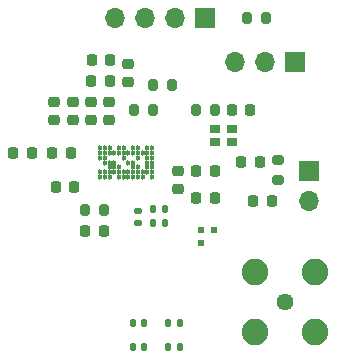
<source format=gbr>
%TF.GenerationSoftware,KiCad,Pcbnew,9.0.4*%
%TF.CreationDate,2025-08-31T12:09:40+02:00*%
%TF.ProjectId,CYW43439,43595734-3334-4333-992e-6b696361645f,rev?*%
%TF.SameCoordinates,Original*%
%TF.FileFunction,Soldermask,Top*%
%TF.FilePolarity,Negative*%
%FSLAX46Y46*%
G04 Gerber Fmt 4.6, Leading zero omitted, Abs format (unit mm)*
G04 Created by KiCad (PCBNEW 9.0.4) date 2025-08-31 12:09:40*
%MOMM*%
%LPD*%
G01*
G04 APERTURE LIST*
G04 Aperture macros list*
%AMRoundRect*
0 Rectangle with rounded corners*
0 $1 Rounding radius*
0 $2 $3 $4 $5 $6 $7 $8 $9 X,Y pos of 4 corners*
0 Add a 4 corners polygon primitive as box body*
4,1,4,$2,$3,$4,$5,$6,$7,$8,$9,$2,$3,0*
0 Add four circle primitives for the rounded corners*
1,1,$1+$1,$2,$3*
1,1,$1+$1,$4,$5*
1,1,$1+$1,$6,$7*
1,1,$1+$1,$8,$9*
0 Add four rect primitives between the rounded corners*
20,1,$1+$1,$2,$3,$4,$5,0*
20,1,$1+$1,$4,$5,$6,$7,0*
20,1,$1+$1,$6,$7,$8,$9,0*
20,1,$1+$1,$8,$9,$2,$3,0*%
G04 Aperture macros list end*
%ADD10RoundRect,0.200000X-0.200000X-0.275000X0.200000X-0.275000X0.200000X0.275000X-0.200000X0.275000X0*%
%ADD11RoundRect,0.225000X0.250000X-0.225000X0.250000X0.225000X-0.250000X0.225000X-0.250000X-0.225000X0*%
%ADD12RoundRect,0.135000X-0.135000X-0.185000X0.135000X-0.185000X0.135000X0.185000X-0.135000X0.185000X0*%
%ADD13RoundRect,0.140000X0.140000X0.170000X-0.140000X0.170000X-0.140000X-0.170000X0.140000X-0.170000X0*%
%ADD14R,1.700000X1.700000*%
%ADD15O,1.700000X1.700000*%
%ADD16RoundRect,0.218750X0.256250X-0.218750X0.256250X0.218750X-0.256250X0.218750X-0.256250X-0.218750X0*%
%ADD17RoundRect,0.218750X-0.218750X-0.256250X0.218750X-0.256250X0.218750X0.256250X-0.218750X0.256250X0*%
%ADD18RoundRect,0.200000X-0.275000X0.200000X-0.275000X-0.200000X0.275000X-0.200000X0.275000X0.200000X0*%
%ADD19RoundRect,0.225000X0.225000X0.250000X-0.225000X0.250000X-0.225000X-0.250000X0.225000X-0.250000X0*%
%ADD20RoundRect,0.225000X-0.225000X-0.250000X0.225000X-0.250000X0.225000X0.250000X-0.225000X0.250000X0*%
%ADD21RoundRect,0.135000X-0.185000X0.135000X-0.185000X-0.135000X0.185000X-0.135000X0.185000X0.135000X0*%
%ADD22R,0.900000X0.800000*%
%ADD23C,1.440000*%
%ADD24C,2.250000*%
%ADD25R,0.500000X0.500000*%
%ADD26C,0.454000*%
G04 APERTURE END LIST*
D10*
%TO.C,R6*%
X148025000Y-84100000D03*
X149675000Y-84100000D03*
%TD*%
D11*
%TO.C,C13*%
X134825000Y-92700000D03*
X134825000Y-91150000D03*
%TD*%
D12*
%TO.C,C3*%
X140040000Y-100200000D03*
X141060000Y-100200000D03*
%TD*%
D13*
%TO.C,C20*%
X139330000Y-109925000D03*
X138370000Y-109925000D03*
%TD*%
D14*
%TO.C,J3*%
X153300000Y-96975000D03*
D15*
X153300000Y-99515000D03*
%TD*%
D16*
%TO.C,FB1*%
X142200000Y-98562500D03*
X142200000Y-96987500D03*
%TD*%
D11*
%TO.C,C6*%
X133275000Y-92700000D03*
X133275000Y-91150000D03*
%TD*%
D17*
%TO.C,FB2*%
X148562500Y-99525000D03*
X150137500Y-99525000D03*
%TD*%
D18*
%TO.C,R6*%
X150675000Y-96125000D03*
X150675000Y-97775000D03*
%TD*%
D19*
%TO.C,C16*%
X129800000Y-95500000D03*
X128250000Y-95500000D03*
%TD*%
D12*
%TO.C,C4*%
X140040000Y-101400000D03*
X141060000Y-101400000D03*
%TD*%
D11*
%TO.C,C14*%
X136375000Y-92700000D03*
X136375000Y-91150000D03*
%TD*%
D20*
%TO.C,C2*%
X147550000Y-96225000D03*
X149100000Y-96225000D03*
%TD*%
D14*
%TO.C,J2*%
X144450000Y-84100000D03*
D15*
X141910000Y-84100000D03*
X139370000Y-84100000D03*
X136830000Y-84100000D03*
%TD*%
D21*
%TO.C,L1*%
X138800000Y-100390000D03*
X138800000Y-101410000D03*
%TD*%
D19*
%TO.C,C10*%
X135900000Y-102075000D03*
X134350000Y-102075000D03*
%TD*%
D22*
%TO.C,Y1*%
X145325000Y-94600000D03*
X146725000Y-94600000D03*
X146725000Y-93500000D03*
X145325000Y-93500000D03*
%TD*%
D14*
%TO.C,J1*%
X152125000Y-87800000D03*
D15*
X149585000Y-87800000D03*
X147045000Y-87800000D03*
%TD*%
D20*
%TO.C,C11*%
X143750000Y-97025000D03*
X145300000Y-97025000D03*
%TD*%
D11*
%TO.C,C15*%
X131725000Y-92700000D03*
X131725000Y-91150000D03*
%TD*%
D19*
%TO.C,C12*%
X133400000Y-98375000D03*
X131850000Y-98375000D03*
%TD*%
D23*
%TO.C,J4*%
X151290000Y-108085000D03*
D24*
X148750000Y-105545000D03*
X148750000Y-110625000D03*
X153830000Y-105545000D03*
X153830000Y-110625000D03*
%TD*%
D17*
%TO.C,L2*%
X131562500Y-95500000D03*
X133137500Y-95500000D03*
%TD*%
D19*
%TO.C,C9*%
X136400000Y-89425000D03*
X134850000Y-89425000D03*
%TD*%
D13*
%TO.C,C17*%
X142330000Y-111900000D03*
X141370000Y-111900000D03*
%TD*%
D25*
%TO.C,JP1*%
X145225000Y-102025000D03*
X144125000Y-102025000D03*
X144125000Y-103125000D03*
%TD*%
D20*
%TO.C,C7*%
X143750000Y-99325000D03*
X145300000Y-99325000D03*
%TD*%
D10*
%TO.C,R3*%
X138425000Y-91875000D03*
X140075000Y-91875000D03*
%TD*%
D26*
%TO.C,U1*%
X135600000Y-97500000D03*
X135600000Y-97100000D03*
X135600000Y-95900000D03*
X135600000Y-95500000D03*
X135600000Y-95100000D03*
X136000000Y-97500000D03*
X136000000Y-97100000D03*
X136000000Y-96300000D03*
X136000000Y-95900000D03*
X136000000Y-95500000D03*
X136000000Y-95100000D03*
X136400000Y-97500000D03*
X136400000Y-97100000D03*
X136400000Y-96700000D03*
X136400000Y-96300000D03*
X136400000Y-95500000D03*
X136400000Y-95100000D03*
X136800000Y-97100000D03*
X136800000Y-96700000D03*
X136800000Y-96300000D03*
X136800000Y-95500000D03*
X137200000Y-97500000D03*
X137200000Y-97100000D03*
X137200000Y-96700000D03*
X137200000Y-95500000D03*
X137200000Y-95100000D03*
X137600000Y-97500000D03*
X137600000Y-97100000D03*
X137600000Y-95900000D03*
X137600000Y-95500000D03*
X137600000Y-95100000D03*
X138000000Y-97500000D03*
X138000000Y-97100000D03*
X138000000Y-96300000D03*
X138000000Y-95500000D03*
X138400000Y-97500000D03*
X138400000Y-97100000D03*
X138400000Y-96700000D03*
X138400000Y-96300000D03*
X138400000Y-95500000D03*
X138400000Y-95100000D03*
X138800000Y-97500000D03*
X138800000Y-97100000D03*
X138800000Y-96700000D03*
X138800000Y-95900000D03*
X138800000Y-95500000D03*
X138800000Y-95100000D03*
X139200000Y-97500000D03*
X139200000Y-97100000D03*
X139200000Y-95500000D03*
X139600000Y-97100000D03*
X139600000Y-96700000D03*
X139600000Y-96300000D03*
X139600000Y-95900000D03*
X139600000Y-95500000D03*
X139600000Y-95100000D03*
X140000000Y-97500000D03*
X140000000Y-97100000D03*
X140000000Y-96700000D03*
X140000000Y-96300000D03*
X140000000Y-95900000D03*
X140000000Y-95500000D03*
X140000000Y-95100000D03*
%TD*%
D13*
%TO.C,C19*%
X142330000Y-109925000D03*
X141370000Y-109925000D03*
%TD*%
%TO.C,C18*%
X139330000Y-111900000D03*
X138370000Y-111900000D03*
%TD*%
D20*
%TO.C,C1*%
X146775000Y-91875000D03*
X148325000Y-91875000D03*
%TD*%
D10*
%TO.C,R4*%
X140075000Y-89775000D03*
X141725000Y-89775000D03*
%TD*%
D11*
%TO.C,C8*%
X137950000Y-89475000D03*
X137950000Y-87925000D03*
%TD*%
D19*
%TO.C,C5*%
X136425000Y-87650000D03*
X134875000Y-87650000D03*
%TD*%
D10*
%TO.C,R5*%
X134300000Y-100300000D03*
X135950000Y-100300000D03*
%TD*%
%TO.C,R1*%
X143675000Y-91875000D03*
X145325000Y-91875000D03*
%TD*%
M02*

</source>
